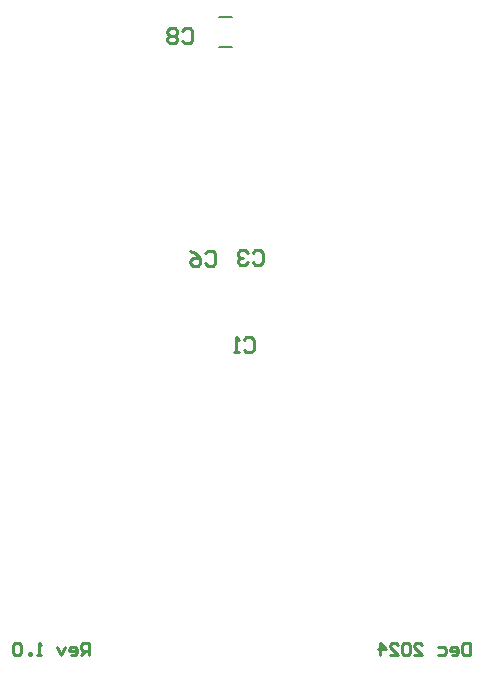
<source format=gbo>
G04*
G04 #@! TF.GenerationSoftware,Altium Limited,Altium Designer,24.2.2 (26)*
G04*
G04 Layer_Color=32896*
%FSLAX26Y26*%
%MOIN*%
G70*
G04*
G04 #@! TF.SameCoordinates,B184214D-E36B-41BB-B0D7-08C86D9F1EC7*
G04*
G04*
G04 #@! TF.FilePolarity,Positive*
G04*
G01*
G75*
%ADD13C,0.007874*%
%ADD16C,0.010000*%
D13*
X839064Y2072392D02*
X882371D01*
X839064Y2170817D02*
X882371D01*
D16*
X404896Y42843D02*
Y82830D01*
X384902D01*
X378238Y76165D01*
Y62836D01*
X384902Y56172D01*
X404896D01*
X391567D02*
X378238Y42843D01*
X344915D02*
X358244D01*
X364908Y49507D01*
Y62836D01*
X358244Y69501D01*
X344915D01*
X338250Y62836D01*
Y56172D01*
X364908D01*
X324921Y69501D02*
X311592Y42843D01*
X298263Y69501D01*
X244947Y42843D02*
X231618D01*
X238283D01*
Y82830D01*
X244947Y76165D01*
X211625Y42843D02*
Y49507D01*
X204960D01*
Y42843D01*
X211625D01*
X178302Y76165D02*
X171637Y82830D01*
X158308D01*
X151644Y76165D01*
Y49507D01*
X158308Y42843D01*
X171637D01*
X178302Y49507D01*
Y76165D01*
X1674422Y84768D02*
Y44781D01*
X1654429D01*
X1647764Y51445D01*
Y78103D01*
X1654429Y84768D01*
X1674422D01*
X1614442Y44781D02*
X1627771D01*
X1634435Y51445D01*
Y64774D01*
X1627771Y71439D01*
X1614442D01*
X1607777Y64774D01*
Y58110D01*
X1634435D01*
X1567790Y71439D02*
X1587784D01*
X1594448Y64774D01*
Y51445D01*
X1587784Y44781D01*
X1567790D01*
X1487816D02*
X1514474D01*
X1487816Y71439D01*
Y78103D01*
X1494480Y84768D01*
X1507809D01*
X1514474Y78103D01*
X1474487D02*
X1467822Y84768D01*
X1454493D01*
X1447829Y78103D01*
Y51445D01*
X1454493Y44781D01*
X1467822D01*
X1474487Y51445D01*
Y78103D01*
X1407842Y44781D02*
X1434500D01*
X1407842Y71439D01*
Y78103D01*
X1414506Y84768D01*
X1427835D01*
X1434500Y78103D01*
X1374519Y44781D02*
Y84768D01*
X1394513Y64774D01*
X1367854D01*
X716165Y2125834D02*
X724495Y2134164D01*
X741157D01*
X749487Y2125834D01*
Y2092511D01*
X741157Y2084180D01*
X724495D01*
X716165Y2092511D01*
X699504Y2125834D02*
X691173Y2134164D01*
X674512D01*
X666181Y2125834D01*
Y2117503D01*
X674512Y2109172D01*
X666181Y2100842D01*
Y2092511D01*
X674512Y2084180D01*
X691173D01*
X699504Y2092511D01*
Y2100842D01*
X691173Y2109172D01*
X699504Y2117503D01*
Y2125834D01*
X691173Y2109172D02*
X674512D01*
X792362Y1383608D02*
X800693Y1391939D01*
X817354D01*
X825685Y1383608D01*
Y1350286D01*
X817354Y1341955D01*
X800693D01*
X792362Y1350286D01*
X742379Y1391939D02*
X759040Y1383608D01*
X775701Y1366947D01*
Y1350286D01*
X767371Y1341955D01*
X750709D01*
X742379Y1350286D01*
Y1358617D01*
X750709Y1366947D01*
X775701D01*
X950602Y1386052D02*
X958932Y1394383D01*
X975594D01*
X983924Y1386052D01*
Y1352730D01*
X975594Y1344399D01*
X958932D01*
X950602Y1352730D01*
X933940Y1386052D02*
X925610Y1394383D01*
X908948D01*
X900618Y1386052D01*
Y1377722D01*
X908948Y1369391D01*
X917279D01*
X908948D01*
X900618Y1361061D01*
Y1352730D01*
X908948Y1344399D01*
X925610D01*
X933940Y1352730D01*
X920276Y1095845D02*
X928607Y1104176D01*
X945268D01*
X953599Y1095845D01*
Y1062523D01*
X945268Y1054192D01*
X928607D01*
X920276Y1062523D01*
X903615Y1054192D02*
X886954D01*
X895284D01*
Y1104176D01*
X903615Y1095845D01*
M02*

</source>
